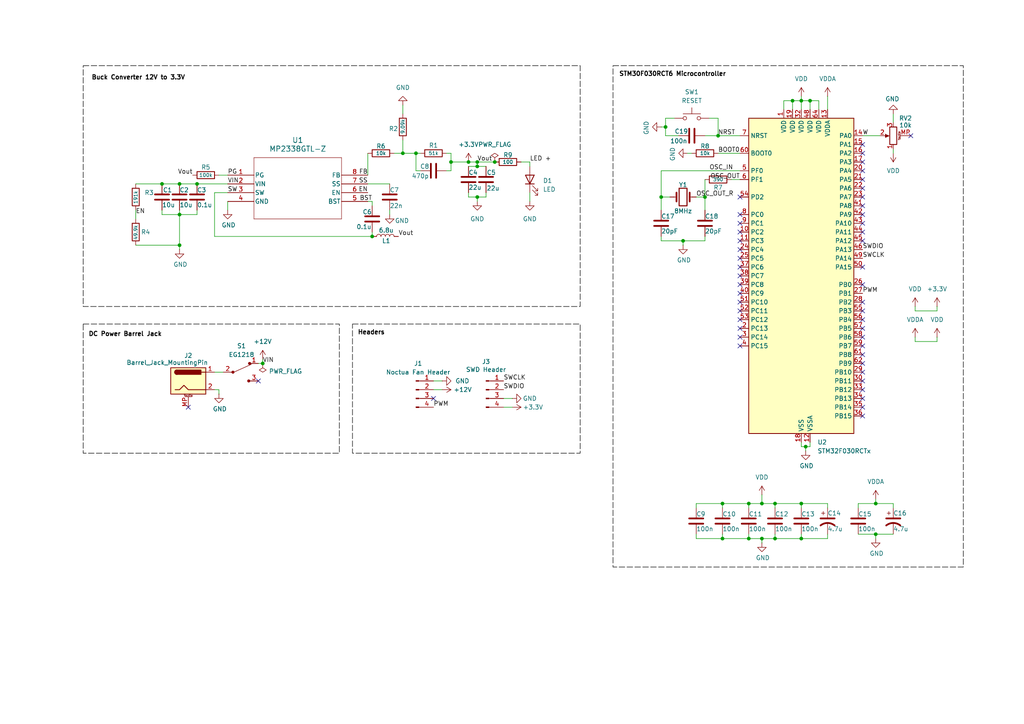
<source format=kicad_sch>
(kicad_sch (version 20250114) (generator "eeschema") (generator_version "9.0")
  (paper "A4")
  (title_block (title "Fume Extractor Control Board Schematic") (rev "v0.1") (comment 4 "Author: Alvin La"))
  (lib_symbols
    (symbol "Connector:Barrel_Jack_MountingPin" (pin_names (hide yes))
      (property "Reference" "J" (at 0 5.334 0))
      (property "Value" "Barrel_Jack_MountingPin" (at 1.27 -6.35 0))
      (symbol "Barrel_Jack_MountingPin_0_1"
        (rectangle (start -5.08 3.81) (end 5.08 -3.81) (stroke (width 0.254)) (fill (type background)))
        (polyline (pts (xy -3.81 -2.54) (xy -2.54 -2.54) (xy -1.27 -1.27) (xy 0 -2.54) (xy 2.54 -2.54) (xy 5.08 -2.54)) (stroke (width 0.254)))
        (arc (start -3.302 1.905) (mid -3.9343 2.54) (end -3.302 3.175) (stroke (width 0.254)))
        (arc (start -3.302 1.905) (mid -3.9343 2.54) (end -3.302 3.175) (stroke (width 0.254)) (fill (type outline)))
        (rectangle (start 3.683 3.175) (end -3.302 1.905) (stroke (width 0.254)) (fill (type outline)))
        (polyline (pts (xy 5.08 2.54) (xy 3.81 2.54)) (stroke (width 0.254)))
      )
      (symbol "Barrel_Jack_MountingPin_1_1"
        (polyline (pts (xy -1.016 -4.572) (xy 1.016 -4.572)) (stroke (width 0.1524)))
        (text "Mounting" (at 0 -4.191 0) (effects (font (size 0.381 0.381))))
        (pin passive line (at 0 -7.62 90) (length 3.048) (name "MountPin") (number "MP"))
        (pin passive line (at 7.62 2.54 180) (length 2.54) (name "~") (number "1"))
        (pin passive line (at 7.62 -2.54 180) (length 2.54) (name "~") (number "2"))
      )
    )
    (symbol "Connector:Conn_01x04_Pin" (pin_names (offset 1.016) (hide yes))
      (property "Reference" "J" (at 0 5.08 0))
      (property "Value" "Conn_01x04_Pin" (at 0 -7.62 0))
      (symbol "Conn_01x04_Pin_1_1"
        (rectangle (start 0.8636 2.667) (end 0 2.413) (stroke (width 0.1524)) (fill (type outline)))
        (rectangle (start 0.8636 0.127) (end 0 -0.127) (stroke (width 0.1524)) (fill (type outline)))
        (rectangle (start 0.8636 -2.413) (end 0 -2.667) (stroke (width 0.1524)) (fill (type outline)))
        (rectangle (start 0.8636 -4.953) (end 0 -5.207) (stroke (width 0.1524)) (fill (type outline)))
        (polyline (pts (xy 1.27 2.54) (xy 0.8636 2.54)) (stroke (width 0.1524)))
        (polyline (pts (xy 1.27 0) (xy 0.8636 0)) (stroke (width 0.1524)))
        (polyline (pts (xy 1.27 -2.54) (xy 0.8636 -2.54)) (stroke (width 0.1524)))
        (polyline (pts (xy 1.27 -5.08) (xy 0.8636 -5.08)) (stroke (width 0.1524)))
        (pin passive line (at 5.08 2.54 180) (length 3.81) (name "Pin_1") (number "1"))
        (pin passive line (at 5.08 0 180) (length 3.81) (name "Pin_2") (number "2"))
        (pin passive line (at 5.08 -2.54 180) (length 3.81) (name "Pin_3") (number "3"))
        (pin passive line (at 5.08 -5.08 180) (length 3.81) (name "Pin_4") (number "4"))
      )
    )
    (symbol "Device:C" (pin_numbers (hide yes)) (pin_names (offset 0.254))
      (property "Reference" "C" (at 0.635 2.54 0))
      (property "Value" "C" (at 0.635 -2.54 0))
      (symbol "C_0_1"
        (polyline (pts (xy -2.032 0.762) (xy 2.032 0.762)) (stroke (width 0.508)))
        (polyline (pts (xy -2.032 -0.762) (xy 2.032 -0.762)) (stroke (width 0.508)))
      )
      (symbol "C_1_1"
        (pin passive line (at 0 3.81 270) (length 2.794) (name "~") (number "1"))
        (pin passive line (at 0 -3.81 90) (length 2.794) (name "~") (number "2"))
      )
    )
    (symbol "Device:C_Polarized_US" (pin_numbers (hide yes)) (pin_names (offset 0.254) (hide yes))
      (property "Reference" "C" (at 0.635 2.54 0))
      (property "Value" "C_Polarized_US" (at 0.635 -2.54 0))
      (symbol "C_Polarized_US_0_1"
        (polyline (pts (xy -2.032 0.762) (xy 2.032 0.762)) (stroke (width 0.508)))
        (polyline (pts (xy -1.778 2.286) (xy -0.762 2.286)))
        (polyline (pts (xy -1.27 1.778) (xy -1.27 2.794)))
        (arc (start -2.032 -1.27) (mid 0 -0.5572) (end 2.032 -1.27) (stroke (width 0.508)))
      )
      (symbol "C_Polarized_US_1_1"
        (pin passive line (at 0 3.81 270) (length 2.794) (name "~") (number "1"))
        (pin passive line (at 0 -3.81 90) (length 3.302) (name "~") (number "2"))
      )
    )
    (symbol "Device:Crystal" (pin_numbers (hide yes)) (pin_names (offset 1.016) (hide yes))
      (property "Reference" "Y" (at 0 3.81 0))
      (property "Value" "Crystal" (at 0 -3.81 0))
      (symbol "Crystal_0_1"
        (polyline (pts (xy -2.54 0) (xy -1.905 0)))
        (polyline (pts (xy -1.905 -1.27) (xy -1.905 1.27)) (stroke (width 0.508)))
        (rectangle (start -1.143 2.54) (end 1.143 -2.54) (stroke (width 0.3048)))
        (polyline (pts (xy 1.905 -1.27) (xy 1.905 1.27)) (stroke (width 0.508)))
        (polyline (pts (xy 2.54 0) (xy 1.905 0)))
      )
      (symbol "Crystal_1_1"
        (pin passive line (at -3.81 0 0) (length 1.27) (name "1") (number "1"))
        (pin passive line (at 3.81 0 180) (length 1.27) (name "2") (number "2"))
      )
    )
    (symbol "Device:L" (pin_numbers (hide yes)) (pin_names (offset 1.016) (hide yes))
      (property "Reference" "L" (at -1.27 0 90))
      (property "Value" "L" (at 1.905 0 90))
      (symbol "L_0_1"
        (arc (start 0 2.54) (mid 0.6323 1.905) (end 0 1.27))
        (arc (start 0 1.27) (mid 0.6323 0.635) (end 0 0))
        (arc (start 0 0) (mid 0.6323 -0.635) (end 0 -1.27))
        (arc (start 0 -1.27) (mid 0.6323 -1.905) (end 0 -2.54))
      )
      (symbol "L_1_1"
        (pin passive line (at 0 3.81 270) (length 1.27) (name "1") (number "1"))
        (pin passive line (at 0 -3.81 90) (length 1.27) (name "2") (number "2"))
      )
    )
    (symbol "Device:LED" (pin_numbers (hide yes)) (pin_names (offset 1.016) (hide yes))
      (property "Reference" "D" (at 0 2.54 0))
      (property "Value" "LED" (at 0 -2.54 0))
      (symbol "LED_0_1"
        (polyline (pts (xy -3.048 -0.762) (xy -4.572 -2.286) (xy -3.81 -2.286) (xy -4.572 -2.286) (xy -4.572 -1.524)))
        (polyline (pts (xy -1.778 -0.762) (xy -3.302 -2.286) (xy -2.54 -2.286) (xy -3.302 -2.286) (xy -3.302 -1.524)))
        (polyline (pts (xy -1.27 0) (xy 1.27 0)))
        (polyline (pts (xy -1.27 -1.27) (xy -1.27 1.27)) (stroke (width 0.254)))
        (polyline (pts (xy 1.27 -1.27) (xy 1.27 1.27) (xy -1.27 0) (xy 1.27 -1.27)) (stroke (width 0.254)))
      )
      (symbol "LED_1_1"
        (pin passive line (at -3.81 0 0) (length 2.54) (name "K") (number "1"))
        (pin passive line (at 3.81 0 180) (length 2.54) (name "A") (number "2"))
      )
    )
    (symbol "Device:R" (pin_numbers (hide yes)) (pin_names (offset 0))
      (property "Reference" "R" (at 2.032 0 90))
      (property "Value" "R" (at 0 0 90))
      (symbol "R_0_1"
        (rectangle (start -1.016 -2.54) (end 1.016 2.54) (stroke (width 0.254)))
      )
      (symbol "R_1_1"
        (pin passive line (at 0 3.81 270) (length 1.27) (name "~") (number "1"))
        (pin passive line (at 0 -3.81 90) (length 1.27) (name "~") (number "2"))
      )
    )
    (symbol "Device:R_Potentiometer_MountingPin" (pin_names (offset 1.016) (hide yes))
      (property "Reference" "RV" (at -8.255 0 90))
      (property "Value" "R_Potentiometer_MountingPin" (at -6.35 0 90))
      (symbol "R_Potentiometer_MountingPin_0_1"
        (rectangle (start 1.016 2.54) (end -1.016 -2.54) (stroke (width 0.254)))
        (polyline (pts (xy 1.143 0) (xy 2.286 0.508) (xy 2.286 -0.508)) (fill (type outline)))
        (polyline (pts (xy 2.54 0) (xy 1.524 0)))
      )
      (symbol "R_Potentiometer_MountingPin_1_1"
        (polyline (pts (xy -2.032 1.016) (xy -2.032 -1.016)) (stroke (width 0.1524)))
        (text "Mounting" (at -1.651 0 900) (effects (font (size 0.381 0.381))))
        (pin passive line (at -5.08 0 0) (length 3.048) (name "MountPin") (number "MP"))
        (pin passive line (at 0 3.81 270) (length 1.27) (name "1") (number "1"))
        (pin passive line (at 0 -3.81 90) (length 1.27) (name "3") (number "3"))
        (pin passive line (at 3.81 0 180) (length 1.27) (name "2") (number "2"))
      )
    )
    (symbol "MCU_ST_STM32F0:STM32F030RCTx"
      (property "Reference" "U" (at -15.24 46.99 0))
      (property "Value" "STM32F030RCTx" (at 10.16 46.99 0))
      (symbol "STM32F030RCTx_0_1"
        (rectangle (start -15.24 -45.72) (end 15.24 45.72) (stroke (width 0.254)) (fill (type background)))
      )
      (symbol "STM32F030RCTx_1_1"
        (pin input line (at -17.78 40.64 0) (length 2.54) (name "NRST") (number "7"))
        (pin input line (at -17.78 35.56 0) (length 2.54) (name "BOOT0") (number "60"))
        (pin bidirectional line (at -17.78 30.48 0) (length 2.54) (name "PF0") (number "5"))
        (pin bidirectional line (at -17.78 27.94 0) (length 2.54) (name "PF1") (number "6"))
        (pin bidirectional line (at -17.78 22.86 0) (length 2.54) (name "PD2") (number "54"))
        (pin bidirectional line (at -17.78 17.78 0) (length 2.54) (name "PC0") (number "8"))
        (pin bidirectional line (at -17.78 15.24 0) (length 2.54) (name "PC1") (number "9"))
        (pin bidirectional line (at -17.78 12.7 0) (length 2.54) (name "PC2") (number "10"))
        (pin bidirectional line (at -17.78 10.16 0) (length 2.54) (name "PC3") (number "11"))
        (pin bidirectional line (at -17.78 7.62 0) (length 2.54) (name "PC4") (number "24"))
        (pin bidirectional line (at -17.78 5.08 0) (length 2.54) (name "PC5") (number "25"))
        (pin bidirectional line (at -17.78 2.54 0) (length 2.54) (name "PC6") (number "37"))
        (pin bidirectional line (at -17.78 0 0) (length 2.54) (name "PC7") (number "38"))
        (pin bidirectional line (at -17.78 -2.54 0) (length 2.54) (name "PC8") (number "39"))
        (pin bidirectional line (at -17.78 -5.08 0) (length 2.54) (name "PC9") (number "40"))
        (pin bidirectional line (at -17.78 -7.62 0) (length 2.54) (name "PC10") (number "51"))
        (pin bidirectional line (at -17.78 -10.16 0) (length 2.54) (name "PC11") (number "52"))
        (pin bidirectional line (at -17.78 -12.7 0) (length 2.54) (name "PC12") (number "53"))
        (pin bidirectional line (at -17.78 -15.24 0) (length 2.54) (name "PC13") (number "2"))
        (pin bidirectional line (at -17.78 -17.78 0) (length 2.54) (name "PC14") (number "3"))
        (pin bidirectional line (at -17.78 -20.32 0) (length 2.54) (name "PC15") (number "4"))
        (pin power_in line (at -5.08 48.26 270) (length 2.54) (name "VDD") (number "1"))
        (pin power_in line (at -2.54 48.26 270) (length 2.54) (name "VDD") (number "19"))
        (pin power_in line (at 0 48.26 270) (length 2.54) (name "VDD") (number "32"))
        (pin power_in line (at 0 -48.26 90) (length 2.54) (name "VSS") (number "18"))
        (pin passive line (at 0 -48.26 90) (length 2.54) (hide yes) (name "VSS") (number "31"))
        (pin passive line (at 0 -48.26 90) (length 2.54) (hide yes) (name "VSS") (number "47"))
        (pin passive line (at 0 -48.26 90) (length 2.54) (hide yes) (name "VSS") (number "63"))
        (pin power_in line (at 2.54 48.26 270) (length 2.54) (name "VDD") (number "48"))
        (pin power_in line (at 2.54 -48.26 90) (length 2.54) (name "VSSA") (number "12"))
        (pin power_in line (at 5.08 48.26 270) (length 2.54) (name "VDD") (number "64"))
        (pin power_in line (at 7.62 48.26 270) (length 2.54) (name "VDDA") (number "13"))
        (pin bidirectional line (at 17.78 40.64 180) (length 2.54) (name "PA0") (number "14"))
        (pin bidirectional line (at 17.78 38.1 180) (length 2.54) (name "PA1") (number "15"))
        (pin bidirectional line (at 17.78 35.56 180) (length 2.54) (name "PA2") (number "16"))
        (pin bidirectional line (at 17.78 33.02 180) (length 2.54) (name "PA3") (number "17"))
        (pin bidirectional line (at 17.78 30.48 180) (length 2.54) (name "PA4") (number "20"))
        (pin bidirectional line (at 17.78 27.94 180) (length 2.54) (name "PA5") (number "21"))
        (pin bidirectional line (at 17.78 25.4 180) (length 2.54) (name "PA6") (number "22"))
        (pin bidirectional line (at 17.78 22.86 180) (length 2.54) (name "PA7") (number "23"))
        (pin bidirectional line (at 17.78 20.32 180) (length 2.54) (name "PA8") (number "41"))
        (pin bidirectional line (at 17.78 17.78 180) (length 2.54) (name "PA9") (number "42"))
        (pin bidirectional line (at 17.78 15.24 180) (length 2.54) (name "PA10") (number "43"))
        (pin bidirectional line (at 17.78 12.7 180) (length 2.54) (name "PA11") (number "44"))
        (pin bidirectional line (at 17.78 10.16 180) (length 2.54) (name "PA12") (number "45"))
        (pin bidirectional line (at 17.78 7.62 180) (length 2.54) (name "PA13") (number "46"))
        (pin bidirectional line (at 17.78 5.08 180) (length 2.54) (name "PA14") (number "49"))
        (pin bidirectional line (at 17.78 2.54 180) (length 2.54) (name "PA15") (number "50"))
        (pin bidirectional line (at 17.78 -2.54 180) (length 2.54) (name "PB0") (number "26"))
        (pin bidirectional line (at 17.78 -5.08 180) (length 2.54) (name "PB1") (number "27"))
        (pin bidirectional line (at 17.78 -7.62 180) (length 2.54) (name "PB2") (number "28"))
        (pin bidirectional line (at 17.78 -10.16 180) (length 2.54) (name "PB3") (number "55"))
        (pin bidirectional line (at 17.78 -12.7 180) (length 2.54) (name "PB4") (number "56"))
        (pin bidirectional line (at 17.78 -15.24 180) (length 2.54) (name "PB5") (number "57"))
        (pin bidirectional line (at 17.78 -17.78 180) (length 2.54) (name "PB6") (number "58"))
        (pin bidirectional line (at 17.78 -20.32 180) (length 2.54) (name "PB7") (number "59"))
        (pin bidirectional line (at 17.78 -22.86 180) (length 2.54) (name "PB8") (number "61"))
        (pin bidirectional line (at 17.78 -25.4 180) (length 2.54) (name "PB9") (number "62"))
        (pin bidirectional line (at 17.78 -27.94 180) (length 2.54) (name "PB10") (number "29"))
        (pin bidirectional line (at 17.78 -30.48 180) (length 2.54) (name "PB11") (number "30"))
        (pin bidirectional line (at 17.78 -33.02 180) (length 2.54) (name "PB12") (number "33"))
        (pin bidirectional line (at 17.78 -35.56 180) (length 2.54) (name "PB13") (number "34"))
        (pin bidirectional line (at 17.78 -38.1 180) (length 2.54) (name "PB14") (number "35"))
        (pin bidirectional line (at 17.78 -40.64 180) (length 2.54) (name "PB15") (number "36"))
      )
    )
    (symbol "Switch:SW_Push" (pin_numbers (hide yes)) (pin_names (offset 1.016) (hide yes))
      (property "Reference" "SW" (at 1.27 2.54 0))
      (property "Value" "SW_Push" (at 0 -1.524 0))
      (symbol "SW_Push_0_1"
        (circle (center -2.032 0) (radius 0.508))
        (polyline (pts (xy 0 1.27) (xy 0 3.048)))
        (circle (center 2.032 0) (radius 0.508))
        (polyline (pts (xy 2.54 1.27) (xy -2.54 1.27)))
        (pin passive line (at -5.08 0 0) (length 2.54) (name "1") (number "1"))
        (pin passive line (at 5.08 0 180) (length 2.54) (name "2") (number "2"))
      )
    )
    (symbol "dk_Slide-Switches:EG1218" (pin_names (offset 0))
      (property "Reference" "S" (at -3.81 2.286 0))
      (property "Value" "EG1218" (at 0 -5.334 0))
      (symbol "EG1218_0_1"
        (circle (center -2.286 0) (radius 0.3556) (fill (type outline)))
        (polyline (pts (xy -2.032 0) (xy 3.048 2.286)))
        (circle (center 2.286 -2.54) (radius 0.3556) (fill (type outline)))
        (circle (center 2.54 2.54) (radius 0.3556) (fill (type outline)))
      )
      (symbol "EG1218_1_1"
        (pin passive line (at -5.08 0 0) (length 2.54) (name "~") (number "2"))
        (pin passive line (at 5.08 2.54 180) (length 2.54) (name "~") (number "1"))
        (pin passive line (at 5.08 -2.54 180) (length 2.54) (name "~") (number "3"))
      )
    )
    (symbol "mp2338gtl-z:MP2338GTL-Z" (pin_names (offset 0.254))
      (property "Reference" "U" (at 20.32 10.16 0))
      (property "Value" "MP2338GTL-Z" (at 20.32 7.62 0))
      (symbol "MP2338GTL-Z_0_1"
        (polyline (pts (xy 7.62 5.08) (xy 7.62 -12.7)) (stroke (width 0.127)))
        (polyline (pts (xy 7.62 -12.7) (xy 33.02 -12.7)) (stroke (width 0.127)))
        (polyline (pts (xy 33.02 5.08) (xy 7.62 5.08)) (stroke (width 0.127)))
        (polyline (pts (xy 33.02 -12.7) (xy 33.02 5.08)) (stroke (width 0.127)))
        (pin output line (at 0 0 0) (length 7.62) (name "PG") (number "1"))
        (pin power_in line (at 0 -2.54 0) (length 7.62) (name "VIN") (number "2"))
        (pin output line (at 0 -5.08 0) (length 7.62) (name "SW") (number "3"))
        (pin power_in line (at 0 -7.62 0) (length 7.62) (name "GND") (number "4"))
        (pin output line (at 40.64 0 180) (length 7.62) (name "FB") (number "8"))
        (pin unspecified line (at 40.64 -2.54 180) (length 7.62) (name "SS") (number "7"))
        (pin input line (at 40.64 -5.08 180) (length 7.62) (name "EN") (number "6"))
        (pin power_in line (at 40.64 -7.62 180) (length 7.62) (name "BST") (number "5"))
      )
    )
    (symbol "power:+12V" (power) (pin_numbers (hide yes)) (pin_names (offset 0) (hide yes))
      (property "Value" "+12V" (at 0 3.556 0))
      (symbol "+12V_0_1"
        (polyline (pts (xy -0.762 1.27) (xy 0 2.54)))
        (polyline (pts (xy 0 2.54) (xy 0.762 1.27)))
        (polyline (pts (xy 0 0) (xy 0 2.54)))
      )
      (symbol "+12V_1_1"
        (pin power_in line (at 0 0 90) (length 0) (name "~") (number "1"))
      )
    )
    (symbol "power:+3.3V" (power) (pin_numbers (hide yes)) (pin_names (offset 0) (hide yes))
      (property "Value" "+3.3V" (at 0 3.556 0))
      (symbol "+3.3V_0_1"
        (polyline (pts (xy -0.762 1.27) (xy 0 2.54)))
        (polyline (pts (xy 0 2.54) (xy 0.762 1.27)))
        (polyline (pts (xy 0 0) (xy 0 2.54)))
      )
      (symbol "+3.3V_1_1"
        (pin power_in line (at 0 0 90) (length 0) (name "~") (number "1"))
      )
    )
    (symbol "power:GND" (power) (pin_numbers (hide yes)) (pin_names (offset 0) (hide yes))
      (property "Value" "GND" (at 0 -3.81 0))
      (symbol "GND_0_1"
        (polyline (pts (xy 0 0) (xy 0 -1.27) (xy 1.27 -1.27) (xy 0 -2.54) (xy -1.27 -1.27) (xy 0 -1.27)))
      )
      (symbol "GND_1_1"
        (pin power_in line (at 0 0 270) (length 0) (name "~") (number "1"))
      )
    )
    (symbol "power:PWR_FLAG" (power) (pin_numbers (hide yes)) (pin_names (offset 0) (hide yes))
      (property "Value" "PWR_FLAG" (at 0 3.81 0))
      (symbol "PWR_FLAG_0_0"
        (pin power_out line (at 0 0 90) (length 0) (name "~") (number "1"))
      )
      (symbol "PWR_FLAG_0_1"
        (polyline (pts (xy 0 0) (xy 0 1.27) (xy -1.016 1.905) (xy 0 2.54) (xy 1.016 1.905) (xy 0 1.27)))
      )
    )
    (symbol "power:VDD" (power) (pin_numbers (hide yes)) (pin_names (offset 0) (hide yes))
      (property "Value" "VDD" (at 0 3.556 0))
      (symbol "VDD_0_1"
        (polyline (pts (xy -0.762 1.27) (xy 0 2.54)))
        (polyline (pts (xy 0 2.54) (xy 0.762 1.27)))
        (polyline (pts (xy 0 0) (xy 0 2.54)))
      )
      (symbol "VDD_1_1"
        (pin power_in line (at 0 0 90) (length 0) (name "~") (number "1"))
      )
    )
    (symbol "power:VDDA" (power) (pin_numbers (hide yes)) (pin_names (offset 0) (hide yes))
      (property "Value" "VDDA" (at 0 3.556 0))
      (symbol "VDDA_0_1"
        (polyline (pts (xy -0.762 1.27) (xy 0 2.54)))
        (polyline (pts (xy 0 2.54) (xy 0.762 1.27)))
        (polyline (pts (xy 0 0) (xy 0 2.54)))
      )
      (symbol "VDDA_1_1"
        (pin power_in line (at 0 0 90) (length 0) (name "~") (number "1"))
      )
    )
  )
  (rectangle (start 102.235 93.98) (end 168.275 131.445) (stroke (width 0) (type dash) (color 0 0 0 1)))
  (rectangle (start 177.8 19.05) (end 279.4 164.465) (stroke (width 0) (type dash) (color 0 0 0 1)))
  (rectangle (start 24.13 19.05) (end 168.275 88.9) (stroke (width 0) (type dash) (color 0 0 0 1)))
  (rectangle (start 24.13 93.98) (end 98.425 131.445) (stroke (width 0) (type dash) (color 0 0 0 1)))
  (text "Buck Converter 12V to 3.3V" (at 40.132 22.606 0) (effects (font (size 1.27 1.27) (thickness 0.254) (bold yes))))
  (text "DC Power Barrel Jack" (at 36.322 97.028 0) (effects (font (size 1.27 1.27) (thickness 0.254) (bold yes))))
  (text "STM30F030RCT6 Microcontroller" (at 195.072 21.59 0) (effects (font (size 1.27 1.27) (thickness 0.254) (bold yes))))
  (text "Headers" (at 107.696 96.52 0) (effects (font (size 1.27 1.27) (thickness 0.254) (bold yes))))
  (junction (at 224.79 156.21))
  (junction (at 138.43 46.99))
  (junction (at 135.89 46.99))
  (junction (at 52.07 62.23))
  (junction (at 232.41 29.21))
  (junction (at 191.77 57.15))
  (junction (at 232.41 146.05))
  (junction (at 208.28 39.37))
  (junction (at 57.15 53.34))
  (junction (at 220.98 156.21))
  (junction (at 198.12 69.85))
  (junction (at 254 154.94))
  (junction (at 46.99 53.34))
  (junction (at 209.55 146.05))
  (junction (at 254 146.05))
  (junction (at 107.95 68.58))
  (junction (at 52.07 71.12))
  (junction (at 217.17 146.05))
  (junction (at 193.04 36.83))
  (junction (at 204.47 57.15))
  (junction (at 220.98 146.05))
  (junction (at 116.84 44.45))
  (junction (at 120.65 44.45))
  (junction (at 130.81 46.99))
  (junction (at 232.41 156.21))
  (junction (at 217.17 156.21))
  (junction (at 138.43 57.15))
  (junction (at 233.68 129.54))
  (junction (at 234.95 29.21))
  (junction (at 143.51 46.99))
  (junction (at 229.87 29.21))
  (junction (at 76.2 105.41))
  (junction (at 52.07 53.34))
  (junction (at 209.55 156.21))
  (junction (at 224.79 146.05))
  (junction (at 138.43 48.26))
  (no_connect (at 250.19 90.17))
  (no_connect (at 250.19 97.79))
  (no_connect (at 250.19 62.23))
  (no_connect (at 214.63 62.23))
  (no_connect (at 250.19 67.31))
  (no_connect (at 250.19 64.77))
  (no_connect (at 250.19 92.71))
  (no_connect (at 214.63 90.17))
  (no_connect (at 214.63 69.85))
  (no_connect (at 214.63 87.63))
  (no_connect (at 250.19 100.33))
  (no_connect (at 214.63 80.01))
  (no_connect (at 214.63 57.15))
  (no_connect (at 214.63 74.93))
  (no_connect (at 250.19 41.91))
  (no_connect (at 250.19 115.57))
  (no_connect (at 250.19 69.85))
  (no_connect (at 250.19 87.63))
  (no_connect (at 214.63 97.79))
  (no_connect (at 250.19 118.11))
  (no_connect (at 54.61 118.11))
  (no_connect (at 250.19 52.07))
  (no_connect (at 250.19 59.69))
  (no_connect (at 250.19 113.03))
  (no_connect (at 214.63 72.39))
  (no_connect (at 250.19 54.61))
  (no_connect (at 250.19 105.41))
  (no_connect (at 74.93 110.49))
  (no_connect (at 125.73 115.57))
  (no_connect (at 214.63 100.33))
  (no_connect (at 214.63 82.55))
  (no_connect (at 250.19 107.95))
  (no_connect (at 250.19 102.87))
  (no_connect (at 250.19 46.99))
  (no_connect (at 214.63 67.31))
  (no_connect (at 250.19 77.47))
  (no_connect (at 250.19 44.45))
  (no_connect (at 250.19 49.53))
  (no_connect (at 250.19 57.15))
  (no_connect (at 264.16 39.37))
  (no_connect (at 214.63 95.25))
  (no_connect (at 214.63 85.09))
  (no_connect (at 214.63 64.77))
  (no_connect (at 214.63 92.71))
  (no_connect (at 250.19 110.49))
  (no_connect (at 250.19 95.25))
  (no_connect (at 214.63 77.47))
  (no_connect (at 250.19 120.65))
  (no_connect (at 250.19 82.55))
  (wire (pts (xy 138.43 48.26) (xy 140.97 48.26)))
  (wire (pts (xy 76.2 105.41) (xy 76.2 104.14)))
  (wire (pts (xy 193.04 34.29) (xy 193.04 36.83)))
  (wire (pts (xy 129.54 44.45) (xy 130.81 44.45)))
  (wire (pts (xy 212.09 52.07) (xy 214.63 52.07)))
  (wire (pts (xy 62.23 68.58) (xy 107.95 68.58)))
  (wire (pts (xy 63.5 50.8) (xy 66.04 50.8)))
  (wire (pts (xy 234.95 128.27) (xy 234.95 129.54)))
  (wire (pts (xy 199.39 44.45) (xy 200.66 44.45)))
  (wire (pts (xy 57.15 60.96) (xy 57.15 62.23)))
  (wire (pts (xy 265.43 90.17) (xy 271.78 90.17)))
  (wire (pts (xy 57.15 53.34) (xy 66.04 53.34)))
  (wire (pts (xy 129.54 49.53) (xy 130.81 49.53)))
  (wire (pts (xy 195.58 34.29) (xy 193.04 34.29)))
  (wire (pts (xy 227.33 31.75) (xy 227.33 29.21)))
  (wire (pts (xy 240.03 156.21) (xy 240.03 154.94)))
  (wire (pts (xy 259.08 43.18) (xy 259.08 44.45)))
  (wire (pts (xy 39.37 53.34) (xy 46.99 53.34)))
  (wire (pts (xy 113.03 60.96) (xy 113.03 62.23)))
  (wire (pts (xy 138.43 46.99) (xy 143.51 46.99)))
  (wire (pts (xy 114.3 44.45) (xy 116.84 44.45)))
  (wire (pts (xy 259.08 33.02) (xy 259.08 35.56)))
  (wire (pts (xy 151.13 46.99) (xy 153.67 46.99)))
  (wire (pts (xy 232.41 156.21) (xy 240.03 156.21)))
  (wire (pts (xy 138.43 46.99) (xy 138.43 48.26)))
  (wire (pts (xy 106.68 44.45) (xy 106.68 50.8)))
  (wire (pts (xy 248.92 147.32) (xy 248.92 146.05)))
  (wire (pts (xy 138.43 57.15) (xy 138.43 58.42)))
  (wire (pts (xy 232.41 27.94) (xy 232.41 29.21)))
  (wire (pts (xy 74.93 105.41) (xy 76.2 105.41)))
  (wire (pts (xy 66.04 58.42) (xy 66.04 60.96)))
  (wire (pts (xy 208.28 34.29) (xy 208.28 39.37)))
  (wire (pts (xy 209.55 146.05) (xy 217.17 146.05)))
  (wire (pts (xy 125.73 110.49) (xy 128.27 110.49)))
  (wire (pts (xy 220.98 156.21) (xy 220.98 157.48)))
  (wire (pts (xy 191.77 60.96) (xy 191.77 57.15)))
  (wire (pts (xy 120.65 44.45) (xy 120.65 49.53)))
  (wire (pts (xy 237.49 29.21) (xy 234.95 29.21)))
  (wire (pts (xy 224.79 146.05) (xy 224.79 147.32)))
  (wire (pts (xy 232.41 146.05) (xy 240.03 146.05)))
  (wire (pts (xy 193.04 36.83) (xy 193.04 39.37)))
  (wire (pts (xy 52.07 60.96) (xy 52.07 62.23)))
  (wire (pts (xy 62.23 113.03) (xy 63.5 113.03)))
  (wire (pts (xy 135.89 55.88) (xy 135.89 57.15)))
  (wire (pts (xy 229.87 29.21) (xy 232.41 29.21)))
  (wire (pts (xy 62.23 55.88) (xy 62.23 68.58)))
  (wire (pts (xy 107.95 58.42) (xy 107.95 59.69)))
  (wire (pts (xy 201.93 156.21) (xy 209.55 156.21)))
  (wire (pts (xy 52.07 53.34) (xy 57.15 53.34)))
  (wire (pts (xy 52.07 62.23) (xy 52.07 71.12)))
  (wire (pts (xy 204.47 52.07) (xy 204.47 57.15)))
  (wire (pts (xy 130.81 46.99) (xy 130.81 49.53)))
  (wire (pts (xy 271.78 99.06) (xy 271.78 97.79)))
  (wire (pts (xy 217.17 147.32) (xy 217.17 146.05)))
  (wire (pts (xy 220.98 156.21) (xy 224.79 156.21)))
  (wire (pts (xy 201.93 147.32) (xy 201.93 146.05)))
  (wire (pts (xy 232.41 154.94) (xy 232.41 156.21)))
  (wire (pts (xy 232.41 146.05) (xy 232.41 147.32)))
  (wire (pts (xy 265.43 99.06) (xy 271.78 99.06)))
  (wire (pts (xy 201.93 154.94) (xy 201.93 156.21)))
  (wire (pts (xy 250.19 39.37) (xy 255.27 39.37)))
  (wire (pts (xy 146.05 115.57) (xy 148.59 115.57)))
  (wire (pts (xy 227.33 29.21) (xy 229.87 29.21)))
  (wire (pts (xy 120.65 44.45) (xy 121.92 44.45)))
  (wire (pts (xy 217.17 154.94) (xy 217.17 156.21)))
  (wire (pts (xy 204.47 39.37) (xy 208.28 39.37)))
  (wire (pts (xy 63.5 113.03) (xy 63.5 114.3)))
  (wire (pts (xy 191.77 57.15) (xy 191.77 49.53)))
  (wire (pts (xy 116.84 40.64) (xy 116.84 44.45)))
  (wire (pts (xy 130.81 46.99) (xy 135.89 46.99)))
  (wire (pts (xy 233.68 129.54) (xy 233.68 130.81)))
  (wire (pts (xy 46.99 53.34) (xy 52.07 53.34)))
  (wire (pts (xy 121.92 49.53) (xy 120.65 49.53)))
  (wire (pts (xy 259.08 146.05) (xy 254 146.05)))
  (wire (pts (xy 208.28 44.45) (xy 214.63 44.45)))
  (wire (pts (xy 204.47 57.15) (xy 204.47 60.96)))
  (wire (pts (xy 232.41 128.27) (xy 232.41 129.54)))
  (wire (pts (xy 191.77 69.85) (xy 198.12 69.85)))
  (wire (pts (xy 66.04 55.88) (xy 62.23 55.88)))
  (wire (pts (xy 248.92 154.94) (xy 254 154.94)))
  (wire (pts (xy 209.55 146.05) (xy 209.55 147.32)))
  (wire (pts (xy 140.97 55.88) (xy 140.97 57.15)))
  (wire (pts (xy 254 146.05) (xy 254 144.78)))
  (wire (pts (xy 125.73 113.03) (xy 128.27 113.03)))
  (wire (pts (xy 140.97 57.15) (xy 138.43 57.15)))
  (wire (pts (xy 204.47 68.58) (xy 204.47 69.85)))
  (wire (pts (xy 240.03 27.94) (xy 240.03 31.75)))
  (wire (pts (xy 116.84 30.48) (xy 116.84 33.02)))
  (wire (pts (xy 265.43 88.9) (xy 265.43 90.17)))
  (wire (pts (xy 234.95 29.21) (xy 232.41 29.21)))
  (wire (pts (xy 201.93 146.05) (xy 209.55 146.05)))
  (wire (pts (xy 153.67 46.99) (xy 153.67 48.26)))
  (wire (pts (xy 237.49 31.75) (xy 237.49 29.21)))
  (wire (pts (xy 116.84 44.45) (xy 120.65 44.45)))
  (wire (pts (xy 39.37 60.96) (xy 39.37 63.5)))
  (wire (pts (xy 220.98 146.05) (xy 224.79 146.05)))
  (wire (pts (xy 220.98 146.05) (xy 220.98 143.51)))
  (wire (pts (xy 209.55 156.21) (xy 217.17 156.21)))
  (wire (pts (xy 205.74 34.29) (xy 208.28 34.29)))
  (wire (pts (xy 254 154.94) (xy 259.08 154.94)))
  (wire (pts (xy 106.68 53.34) (xy 113.03 53.34)))
  (wire (pts (xy 217.17 156.21) (xy 220.98 156.21)))
  (wire (pts (xy 224.79 146.05) (xy 232.41 146.05)))
  (wire (pts (xy 191.77 57.15) (xy 194.31 57.15)))
  (wire (pts (xy 52.07 71.12) (xy 52.07 72.39)))
  (wire (pts (xy 135.89 57.15) (xy 138.43 57.15)))
  (wire (pts (xy 46.99 62.23) (xy 52.07 62.23)))
  (wire (pts (xy 153.67 55.88) (xy 153.67 58.42)))
  (wire (pts (xy 39.37 71.12) (xy 52.07 71.12)))
  (wire (pts (xy 191.77 36.83) (xy 193.04 36.83)))
  (wire (pts (xy 193.04 39.37) (xy 196.85 39.37)))
  (wire (pts (xy 191.77 68.58) (xy 191.77 69.85)))
  (wire (pts (xy 62.23 107.95) (xy 64.77 107.95)))
  (wire (pts (xy 234.95 129.54) (xy 233.68 129.54)))
  (wire (pts (xy 191.77 49.53) (xy 214.63 49.53)))
  (wire (pts (xy 146.05 118.11) (xy 148.59 118.11)))
  (wire (pts (xy 265.43 97.79) (xy 265.43 99.06)))
  (wire (pts (xy 259.08 147.32) (xy 259.08 146.05)))
  (wire (pts (xy 135.89 48.26) (xy 138.43 48.26)))
  (wire (pts (xy 254 154.94) (xy 254 156.21)))
  (wire (pts (xy 209.55 154.94) (xy 209.55 156.21)))
  (wire (pts (xy 107.95 68.58) (xy 107.95 67.31)))
  (wire (pts (xy 248.92 146.05) (xy 254 146.05)))
  (wire (pts (xy 106.68 58.42) (xy 107.95 58.42)))
  (wire (pts (xy 57.15 62.23) (xy 52.07 62.23)))
  (wire (pts (xy 224.79 154.94) (xy 224.79 156.21)))
  (wire (pts (xy 198.12 69.85) (xy 198.12 71.12)))
  (wire (pts (xy 130.81 44.45) (xy 130.81 46.99)))
  (wire (pts (xy 240.03 147.32) (xy 240.03 146.05)))
  (wire (pts (xy 135.89 46.99) (xy 138.43 46.99)))
  (wire (pts (xy 229.87 29.21) (xy 229.87 31.75)))
  (wire (pts (xy 224.79 156.21) (xy 232.41 156.21)))
  (wire (pts (xy 46.99 60.96) (xy 46.99 62.23)))
  (wire (pts (xy 271.78 90.17) (xy 271.78 88.9)))
  (wire (pts (xy 217.17 146.05) (xy 220.98 146.05)))
  (wire (pts (xy 204.47 57.15) (xy 201.93 57.15)))
  (wire (pts (xy 232.41 29.21) (xy 232.41 31.75)))
  (wire (pts (xy 232.41 129.54) (xy 233.68 129.54)))
  (wire (pts (xy 204.47 69.85) (xy 198.12 69.85)))
  (wire (pts (xy 234.95 31.75) (xy 234.95 29.21)))
  (wire (pts (xy 208.28 39.37) (xy 214.63 39.37)))
  (label "LED +" (at 153.67 46.99 0))
  (label "BOOT0" (at 208.28 44.45 0))
  (label "OSC_IN" (at 205.74 49.53 0))
  (label "SWCLK" (at 250.19 74.93 0))
  (label "W" (at 250.19 39.37 0))
  (label "EN" (at 39.37 62.23 0))
  (label "SS" (at 106.68 53.34 180))
  (label "BST" (at 107.95 58.42 180))
  (label "Vout" (at 55.88 50.8 180))
  (label "SWCLK" (at 146.05 110.49 0))
  (label "OSC_OUT" (at 214.63 52.07 180))
  (label "SWDIO" (at 250.19 72.39 0))
  (label "NRST" (at 208.28 39.37 0))
  (label "FB" (at 106.68 50.8 180))
  (label "PWM" (at 250.19 85.09 0))
  (label "SW" (at 66.04 55.88 0))
  (label "PWM" (at 125.73 118.11 0))
  (label "VIN" (at 66.04 53.34 0))
  (label "Vout" (at 115.57 68.58 0))
  (label "VIN" (at 76.2 105.41 0))
  (label "PG" (at 66.04 50.8 0))
  (label "OSC_OUT_R" (at 201.93 57.15 0))
  (label "SWDIO" (at 146.05 113.03 0))
  (label "Vout" (at 138.43 46.99 0))
  (label "EN" (at 106.68 55.88 180))
  (symbol (lib_id "MCU_ST_STM32F0:STM32F030RCTx") (at 232.41 80.01 0) (unit 1)
    (property "Reference" "U2" (at 237.0933 128.27 0) (effects (justify left)))
    (property "Value" "STM32F030RCTx" (at 237.0933 130.81 0) (effects (justify left)))
    (property "Footprint" "Package_QFP:LQFP-64_10x10mm_P0.5mm" (effects (hide yes)))
    (property "Datasheet" "https://www.st.com/resource/en/datasheet/stm32f030rc.pdf" (effects (hide yes)))
    (property "Description" "STMicroelectronics Arm Cortex-M0 MCU, 256KB flash, 32KB RAM, 48 MHz, 2.4-3.6V, 51 GPIO, LQFP64" (effects (hide yes)))
  )
  (symbol (lib_id "Device:C") (at 46.99 57.15 0) (unit 1)
    (property "Reference" "C1" (at 47.244 55.118 0) (effects (justify left)))
    (property "Value" "10u" (at 46.99 59.436 0) (effects (justify left)))
    (property "Footprint" "Capacitor_SMD:C_0805_2012Metric_Pad1.18x1.45mm_HandSolder" (effects (hide yes)))
    (property "Description" "Unpolarized capacitor" (effects (hide yes)))
  )
  (symbol (lib_id "Device:C") (at 113.03 57.15 0) (unit 1)
    (property "Reference" "C7" (at 113.03 55.118 0) (effects (justify left)))
    (property "Value" "22n" (at 113.03 59.69 0) (effects (justify left)))
    (property "Footprint" "Capacitor_SMD:C_0805_2012Metric_Pad1.18x1.45mm_HandSolder" (effects (hide yes)))
    (property "Description" "Unpolarized capacitor" (effects (hide yes)))
  )
  (symbol (lib_id "power:GND") (at 128.27 110.49 90) (unit 1)
    (property "Reference" "#PWR015" (effects (hide yes)))
    (property "Value" "GND" (at 134.112 110.49 90))
    (property "Description" "Power symbol creates a global label with name \"GND\" , ground" (effects (hide yes)))
  )
  (symbol (lib_id "power:VDD") (at 232.41 27.94 0) (unit 1)
    (property "Reference" "#PWR013" (effects (hide yes)))
    (property "Value" "VDD" (at 232.41 22.86 0))
    (property "Description" "Power symbol creates a global label with name \"VDD\"" (effects (hide yes)))
  )
  (symbol (lib_id "power:VDD") (at 220.98 143.51 0) (unit 1)
    (property "Reference" "#PWR09" (effects (hide yes)))
    (property "Value" "VDD" (at 220.98 138.43 0))
    (property "Description" "Power symbol creates a global label with name \"VDD\"" (effects (hide yes)))
  )
  (symbol (lib_id "power:GND") (at 259.08 33.02 180) (unit 1)
    (property "Reference" "#PWR027" (effects (hide yes)))
    (property "Value" "GND" (at 258.826 28.702 0))
    (property "Description" "Power symbol creates a global label with name \"GND\" , ground" (effects (hide yes)))
  )
  (symbol (lib_id "Device:R") (at 39.37 57.15 0) (unit 1)
    (property "Reference" "R3" (at 41.91 55.8799 0) (effects (justify left)))
    (property "Value" "191k" (at 39.37 59.182 90) (effects (font (size 1.016 1.016)) (justify left)))
    (property "Footprint" "Resistor_SMD:R_0805_2012Metric_Pad1.20x1.40mm_HandSolder" (effects (hide yes)))
    (property "Description" "Resistor" (effects (hide yes)))
  )
  (symbol (lib_id "power:VDD") (at 259.08 44.45 180) (unit 1)
    (property "Reference" "#PWR026" (effects (hide yes)))
    (property "Value" "VDD" (at 259.08 49.53 0))
    (property "Description" "Power symbol creates a global label with name \"VDD\"" (effects (hide yes)))
  )
  (symbol (lib_id "Device:C_Polarized_US") (at 259.08 151.13 0) (unit 1)
    (property "Reference" "C16" (at 259.08 148.844 0) (effects (justify left)))
    (property "Value" "4.7u" (at 259.08 153.416 0) (effects (justify left)))
    (property "Footprint" "Capacitor_THT:CP_Radial_D4.0mm_P1.50mm" (effects (hide yes)))
    (property "Description" "Polarized capacitor, US symbol" (effects (hide yes)))
  )
  (symbol (lib_id "Device:C") (at 204.47 64.77 0) (unit 1)
    (property "Reference" "C18" (at 204.47 62.738 0) (effects (justify left)))
    (property "Value" "20pF" (at 204.47 67.056 0) (effects (justify left)))
    (property "Footprint" "Capacitor_SMD:C_0805_2012Metric_Pad1.18x1.45mm_HandSolder" (effects (hide yes)))
    (property "Description" "Unpolarized capacitor" (effects (hide yes)))
  )
  (symbol (lib_id "power:GND") (at 233.68 130.81 0) (unit 1)
    (property "Reference" "#PWR012" (effects (hide yes)))
    (property "Value" "GND" (at 233.934 135.128 0))
    (property "Description" "Power symbol creates a global label with name \"GND\" , ground" (effects (hide yes)))
  )
  (symbol (lib_id "Device:Crystal") (at 198.12 57.15 0) (unit 1)
    (property "Reference" "Y1" (at 198.12 53.594 0))
    (property "Value" "8MHz" (at 198.12 61.214 0))
    (property "Footprint" "Crystal:Crystal_HC49-4H_Vertical" (effects (hide yes)))
    (property "Description" "Two pin crystal" (effects (hide yes)))
  )
  (symbol (lib_id "Device:R_Potentiometer_MountingPin") (at 259.08 39.37 180) (unit 1)
    (property "Reference" "RV2" (at 262.636 34.29 0))
    (property "Value" "10k" (at 262.636 36.322 0))
    (property "Footprint" "digikey-footprints:Potentiometer_P120PK-Y25BR10K" (effects (hide yes)))
    (property "Description" "Potentiometer with a mounting pin" (effects (hide yes)))
  )
  (symbol (lib_id "Device:C") (at 107.95 63.5 0) (unit 1)
    (property "Reference" "C6" (at 105.156 61.468 0) (effects (justify left)))
    (property "Value" "0.1u" (at 103.378 65.786 0) (effects (justify left)))
    (property "Footprint" "Capacitor_SMD:C_0805_2012Metric_Pad1.18x1.45mm_HandSolder" (effects (hide yes)))
    (property "Description" "Unpolarized capacitor" (effects (hide yes)))
  )
  (symbol (lib_id "power:PWR_FLAG") (at 76.2 105.41 180) (unit 1)
    (property "Reference" "#FLG02" (effects (hide yes)))
    (property "Value" "PWR_FLAG" (at 82.804 107.696 0))
    (property "Description" "Special symbol for telling ERC where power comes from" (effects (hide yes)))
  )
  (symbol (lib_id "Device:C") (at 200.66 39.37 90) (unit 1)
    (property "Reference" "C19" (at 197.612 38.1 90))
    (property "Value" "100n" (at 196.85 40.894 90))
    (property "Footprint" "Capacitor_SMD:C_0805_2012Metric_Pad1.18x1.45mm_HandSolder" (effects (hide yes)))
    (property "Description" "Unpolarized capacitor" (effects (hide yes)))
  )
  (symbol (lib_id "Device:C") (at 57.15 57.15 0) (unit 1)
    (property "Reference" "C3" (at 57.15 55.118 0) (effects (justify left)))
    (property "Value" "0.1u" (at 57.15 59.436 0) (effects (justify left)))
    (property "Footprint" "Capacitor_SMD:C_0805_2012Metric_Pad1.18x1.45mm_HandSolder" (effects (hide yes)))
    (property "Description" "Unpolarized capacitor" (effects (hide yes)))
  )
  (symbol (lib_id "Device:R") (at 59.69 50.8 90) (unit 1)
    (property "Reference" "R5" (at 59.69 48.514 90))
    (property "Value" "100k" (at 59.69 50.8 90) (effects (font (size 1.016 1.016))))
    (property "Footprint" "Resistor_SMD:R_0805_2012Metric_Pad1.20x1.40mm_HandSolder" (effects (hide yes)))
    (property "Description" "Resistor" (effects (hide yes)))
  )
  (symbol (lib_id "power:+3.3V") (at 148.59 118.11 270) (unit 1)
    (property "Reference" "#PWR020" (effects (hide yes)))
    (property "Value" "+3.3V" (at 151.638 118.11 90) (effects (justify left)))
    (property "Description" "Power symbol creates a global label with name \"+3.3V\"" (effects (hide yes)))
  )
  (symbol (lib_id "power:VDD") (at 271.78 97.79 0) (unit 1)
    (property "Reference" "#PWR029" (effects (hide yes)))
    (property "Value" "VDD" (at 271.78 92.71 0))
    (property "Description" "Power symbol creates a global label with name \"VDD\"" (effects (hide yes)))
  )
  (symbol (lib_id "Device:R") (at 208.28 52.07 270) (unit 1)
    (property "Reference" "R7" (at 208.28 54.356 90))
    (property "Value" "390" (at 208.28 52.07 90) (effects (font (size 1.016 1.016))))
    (property "Footprint" "Resistor_SMD:R_0805_2012Metric_Pad1.20x1.40mm_HandSolder" (effects (hide yes)))
    (property "Description" "Resistor" (effects (hide yes)))
  )
  (symbol (lib_id "Device:C") (at 52.07 57.15 0) (unit 1)
    (property "Reference" "C2" (at 52.07 55.118 0) (effects (justify left)))
    (property "Value" "10u" (at 52.07 59.436 0) (effects (justify left)))
    (property "Footprint" "Capacitor_SMD:C_0805_2012Metric_Pad1.18x1.45mm_HandSolder" (effects (hide yes)))
    (property "Description" "Unpolarized capacitor" (effects (hide yes)))
  )
  (symbol (lib_id "Device:LED") (at 153.67 52.07 90) (unit 1)
    (property "Reference" "D1" (at 157.48 52.3874 90) (effects (justify right)))
    (property "Value" "LED" (at 157.48 54.9274 90) (effects (justify right)))
    (property "Footprint" "LED_SMD:LED_0805_2012Metric_Pad1.15x1.40mm_HandSolder" (effects (hide yes)))
    (property "Description" "Light emitting diode" (effects (hide yes)))
    (property "Sim.Pins" "1=K 2=A" (effects (hide yes)))
  )
  (symbol (lib_id "power:GND") (at 198.12 71.12 0) (unit 1)
    (property "Reference" "#PWR018" (effects (hide yes)))
    (property "Value" "GND" (at 198.374 75.438 0))
    (property "Description" "Power symbol creates a global label with name \"GND\" , ground" (effects (hide yes)))
  )
  (symbol (lib_id "Device:C") (at 232.41 151.13 0) (unit 1)
    (property "Reference" "C13" (at 232.41 149.098 0) (effects (justify left)))
    (property "Value" "100n" (at 232.41 153.416 0) (effects (justify left)))
    (property "Footprint" "Capacitor_SMD:C_0805_2012Metric_Pad1.18x1.45mm_HandSolder" (effects (hide yes)))
    (property "Description" "Unpolarized capacitor" (effects (hide yes)))
  )
  (symbol (lib_id "Device:R") (at 39.37 67.31 0) (unit 1)
    (property "Reference" "R4" (at 40.894 67.31 0) (effects (justify left)))
    (property "Value" "49.9k" (at 39.37 69.596 90) (effects (font (size 1.016 1.016)) (justify left)))
    (property "Footprint" "Resistor_SMD:R_0805_2012Metric_Pad1.20x1.40mm_HandSolder" (effects (hide yes)))
    (property "Description" "Resistor" (effects (hide yes)))
  )
  (symbol (lib_id "power:GND") (at 113.03 62.23 0) (unit 1)
    (property "Reference" "#PWR03" (effects (hide yes)))
    (property "Value" "GND" (at 116.586 64.008 0))
    (property "Description" "Power symbol creates a global label with name \"GND\" , ground" (effects (hide yes)))
  )
  (symbol (lib_id "Device:C") (at 191.77 64.77 0) (unit 1)
    (property "Reference" "C17" (at 191.77 62.738 0) (effects (justify left)))
    (property "Value" "20pF" (at 191.77 67.056 0) (effects (justify left)))
    (property "Footprint" "Capacitor_SMD:C_0805_2012Metric_Pad1.18x1.45mm_HandSolder" (effects (hide yes)))
    (property "Description" "Unpolarized capacitor" (effects (hide yes)))
  )
  (symbol (lib_id "power:GND") (at 66.04 60.96 0) (unit 1)
    (property "Reference" "#PWR04" (effects (hide yes)))
    (property "Value" "GND" (at 66.294 65.278 0))
    (property "Description" "Power symbol creates a global label with name \"GND\" , ground" (effects (hide yes)))
  )
  (symbol (lib_id "power:VDDA") (at 265.43 97.79 0) (unit 1)
    (property "Reference" "#PWR022" (effects (hide yes)))
    (property "Value" "VDDA" (at 265.43 92.71 0))
    (property "Description" "Power symbol creates a global label with name \"VDDA\"" (effects (hide yes)))
  )
  (symbol (lib_id "power:GND") (at 63.5 114.3 0) (unit 1)
    (property "Reference" "#PWR06" (effects (hide yes)))
    (property "Value" "GND" (at 63.754 118.618 0))
    (property "Description" "Power symbol creates a global label with name \"GND\" , ground" (effects (hide yes)))
  )
  (symbol (lib_id "Device:R") (at 204.47 44.45 270) (unit 1)
    (property "Reference" "R8" (at 204.47 42.418 90))
    (property "Value" "10k" (at 204.47 44.45 90) (effects (font (size 1.016 1.016))))
    (property "Footprint" "Resistor_SMD:R_0805_2012Metric_Pad1.20x1.40mm_HandSolder" (effects (hide yes)))
    (property "Description" "Resistor" (effects (hide yes)))
  )
  (symbol (lib_id "power:VDDA") (at 240.03 27.94 0) (unit 1)
    (property "Reference" "#PWR014" (effects (hide yes)))
    (property "Value" "VDDA" (at 240.03 22.86 0))
    (property "Description" "Power symbol creates a global label with name \"VDDA\"" (effects (hide yes)))
  )
  (symbol (lib_id "power:+3.3V") (at 135.89 46.99 0) (unit 1)
    (property "Reference" "#PWR08" (effects (hide yes)))
    (property "Value" "+3.3V" (at 135.89 41.91 0))
    (property "Description" "Power symbol creates a global label with name \"+3.3V\"" (effects (hide yes)))
  )
  (symbol (lib_id "power:GND") (at 148.59 115.57 90) (unit 1)
    (property "Reference" "#PWR019" (effects (hide yes)))
    (property "Value" "GND" (at 153.67 115.57 90))
    (property "Description" "Power symbol creates a global label with name \"GND\" , ground" (effects (hide yes)))
  )
  (symbol (lib_id "Device:C") (at 217.17 151.13 0) (unit 1)
    (property "Reference" "C11" (at 217.17 149.098 0) (effects (justify left)))
    (property "Value" "100n" (at 217.17 153.416 0) (effects (justify left)))
    (property "Footprint" "Capacitor_SMD:C_0805_2012Metric_Pad1.18x1.45mm_HandSolder" (effects (hide yes)))
    (property "Description" "Unpolarized capacitor" (effects (hide yes)))
  )
  (symbol (lib_id "power:GND") (at 254 156.21 0) (unit 1)
    (property "Reference" "#PWR011" (effects (hide yes)))
    (property "Value" "GND" (at 254.254 160.528 0))
    (property "Description" "Power symbol creates a global label with name \"GND\" , ground" (effects (hide yes)))
  )
  (symbol (lib_id "Device:C") (at 135.89 52.07 0) (unit 1)
    (property "Reference" "C4" (at 135.89 50.038 0) (effects (justify left)))
    (property "Value" "22u" (at 135.89 54.356 0) (effects (justify left)))
    (property "Footprint" "Capacitor_SMD:C_0805_2012Metric_Pad1.18x1.45mm_HandSolder" (effects (hide yes)))
    (property "Description" "Unpolarized capacitor" (effects (hide yes)))
  )
  (symbol (lib_id "power:GND") (at 138.43 58.42 0) (unit 1)
    (property "Reference" "#PWR05" (effects (hide yes)))
    (property "Value" "GND" (at 138.43 63.5 0))
    (property "Description" "Power symbol creates a global label with name \"GND\" , ground" (effects (hide yes)))
  )
  (symbol (lib_id "power:GND") (at 116.84 30.48 180) (unit 1)
    (property "Reference" "#PWR02" (effects (hide yes)))
    (property "Value" "GND" (at 116.84 25.4 0))
    (property "Description" "Power symbol creates a global label with name \"GND\" , ground" (effects (hide yes)))
  )
  (symbol (lib_id "Device:C") (at 209.55 151.13 0) (unit 1)
    (property "Reference" "C10" (at 209.55 149.098 0) (effects (justify left)))
    (property "Value" "100n" (at 209.55 153.416 0) (effects (justify left)))
    (property "Footprint" "Capacitor_SMD:C_0805_2012Metric_Pad1.18x1.45mm_HandSolder" (effects (hide yes)))
    (property "Description" "Unpolarized capacitor" (effects (hide yes)))
  )
  (symbol (lib_id "Device:C") (at 201.93 151.13 0) (unit 1)
    (property "Reference" "C9" (at 201.93 149.098 0) (effects (justify left)))
    (property "Value" "100n" (at 201.93 153.416 0) (effects (justify left)))
    (property "Footprint" "Capacitor_SMD:C_0805_2012Metric_Pad1.18x1.45mm_HandSolder" (effects (hide yes)))
    (property "Description" "Unpolarized capacitor" (effects (hide yes)))
  )
  (symbol (lib_id "power:GND") (at 153.67 58.42 0) (unit 1)
    (property "Reference" "#PWR028" (effects (hide yes)))
    (property "Value" "GND" (at 153.67 63.5 0))
    (property "Description" "Power symbol creates a global label with name \"GND\" , ground" (effects (hide yes)))
  )
  (symbol (lib_id "Connector:Conn_01x04_Pin") (at 120.65 113.03 0) (unit 1)
    (property "Reference" "J1" (at 121.285 105.41 0))
    (property "Value" "Noctua Fan Header" (at 121.285 107.95 0))
    (property "Footprint" "Connector:FanPinHeader_1x04_P2.54mm_Vertical" (effects (hide yes)))
    (property "Description" "Generic connector, single row, 01x04, script generated" (effects (hide yes)))
  )
  (symbol (lib_id "power:+12V") (at 128.27 113.03 270) (unit 1)
    (property "Reference" "#PWR017" (effects (hide yes)))
    (property "Value" "+12V" (at 131.572 113.03 90) (effects (justify left)))
    (property "Description" "Power symbol creates a global label with name \"+12V\"" (effects (hide yes)))
  )
  (symbol (lib_id "Switch:SW_Push") (at 200.66 34.29 0) (unit 1)
    (property "Reference" "SW1" (at 200.66 26.67 0))
    (property "Value" "RESET" (at 200.66 29.21 0))
    (property "Footprint" "Button_Switch_THT:SW_PUSH_6mm" (effects (hide yes)))
    (property "Description" "Push button switch, generic, two pins" (effects (hide yes)))
  )
  (symbol (lib_id "power:VDDA") (at 254 144.78 0) (unit 1)
    (property "Reference" "#PWR010" (effects (hide yes)))
    (property "Value" "VDDA" (at 254 139.7 0))
    (property "Description" "Power symbol creates a global label with name \"VDDA\"" (effects (hide yes)))
  )
  (symbol (lib_id "Device:C") (at 125.73 49.53 90) (unit 1)
    (property "Reference" "C8" (at 123.19 48.26 90))
    (property "Value" "470p" (at 121.92 51.054 90))
    (property "Footprint" "Capacitor_SMD:C_0805_2012Metric_Pad1.18x1.45mm_HandSolder" (effects (hide yes)))
    (property "Description" "Unpolarized capacitor" (effects (hide yes)))
  )
  (symbol (lib_id "power:PWR_FLAG") (at 143.51 46.99 0) (unit 1)
    (property "Reference" "#FLG01" (effects (hide yes)))
    (property "Value" "PWR_FLAG" (at 143.51 41.91 0))
    (property "Description" "Special symbol for telling ERC where power comes from" (effects (hide yes)))
  )
  (symbol (lib_id "power:GND") (at 199.39 44.45 270) (unit 1)
    (property "Reference" "#PWR021" (effects (hide yes)))
    (property "Value" "GND" (at 195.072 44.704 0))
    (property "Description" "Power symbol creates a global label with name \"GND\" , ground" (effects (hide yes)))
  )
  (symbol (lib_id "mp2338gtl-z:MP2338GTL-Z") (at 66.04 50.8 0) (unit 1)
    (property "Reference" "U1" (at 86.36 40.64 0) (effects (font (size 1.524 1.524))))
    (property "Value" "MP2338GTL-Z" (at 86.36 43.18 0) (effects (font (size 1.524 1.524))))
    (property "Footprint" "MP2338GTL-Z:SOT583_MP2338_MNP" (effects (hide yes)))
    (property "Datasheet" "MP2338GTL-Z" (effects (hide yes)))
  )
  (symbol (lib_id "Device:L") (at 111.76 68.58 90) (unit 1)
    (property "Reference" "L1" (at 112.014 69.85 90))
    (property "Value" "6.8u" (at 112.014 66.802 90))
    (property "Footprint" "Inductor_SMD:L_0805_2012Metric_Pad1.05x1.20mm_HandSolder" (effects (hide yes)))
    (property "Description" "Inductor" (effects (hide yes)))
  )
  (symbol (lib_id "power:+12V") (at 76.2 104.14 0) (unit 1)
    (property "Reference" "#PWR016" (effects (hide yes)))
    (property "Value" "+12V" (at 76.2 99.06 0))
    (property "Description" "Power symbol creates a global label with name \"+12V\"" (effects (hide yes)))
  )
  (symbol (lib_id "Device:C") (at 248.92 151.13 0) (unit 1)
    (property "Reference" "C15" (at 248.92 149.098 0) (effects (justify left)))
    (property "Value" "100n" (at 248.92 153.416 0) (effects (justify left)))
    (property "Footprint" "Capacitor_SMD:C_0805_2012Metric_Pad1.18x1.45mm_HandSolder" (effects (hide yes)))
    (property "Description" "Unpolarized capacitor" (effects (hide yes)))
  )
  (symbol (lib_id "power:GND") (at 191.77 36.83 270) (unit 1)
    (property "Reference" "#PWR023" (effects (hide yes)))
    (property "Value" "GND" (at 187.452 37.084 0))
    (property "Description" "Power symbol creates a global label with name \"GND\" , ground" (effects (hide yes)))
  )
  (symbol (lib_id "Device:R") (at 116.84 36.83 0) (unit 1)
    (property "Reference" "R2" (at 112.776 37.338 0) (effects (justify left)))
    (property "Value" "9.09k" (at 116.84 38.862 90) (effects (font (size 1.016 1.016)) (justify left)))
    (property "Footprint" "Resistor_SMD:R_0805_2012Metric_Pad1.20x1.40mm_HandSolder" (effects (hide yes)))
    (property "Description" "Resistor" (effects (hide yes)))
  )
  (symbol (lib_id "Device:C") (at 224.79 151.13 0) (unit 1)
    (property "Reference" "C12" (at 224.79 149.098 0) (effects (justify left)))
    (property "Value" "100n" (at 224.79 153.416 0) (effects (justify left)))
    (property "Footprint" "Capacitor_SMD:C_0805_2012Metric_Pad1.18x1.45mm_HandSolder" (effects (hide yes)))
    (property "Description" "Unpolarized capacitor" (effects (hide yes)))
  )
  (symbol (lib_id "Device:R") (at 125.73 44.45 90) (unit 1)
    (property "Reference" "R1" (at 125.73 42.164 90))
    (property "Value" "51k" (at 125.73 44.45 90) (effects (font (size 1.016 1.016))))
    (property "Footprint" "Resistor_SMD:R_0805_2012Metric_Pad1.20x1.40mm_HandSolder" (effects (hide yes)))
    (property "Description" "Resistor" (effects (hide yes)))
  )
  (symbol (lib_id "power:GND") (at 52.07 72.39 0) (unit 1)
    (property "Reference" "#PWR01" (effects (hide yes)))
    (property "Value" "GND" (at 52.324 76.708 0))
    (property "Description" "Power symbol creates a global label with name \"GND\" , ground" (effects (hide yes)))
  )
  (symbol (lib_id "Device:R") (at 110.49 44.45 270) (unit 1)
    (property "Reference" "R6" (at 110.49 42.418 90))
    (property "Value" "10k" (at 110.49 44.45 90) (effects (font (size 1.016 1.016))))
    (property "Footprint" "Resistor_SMD:R_0805_2012Metric_Pad1.20x1.40mm_HandSolder" (effects (hide yes)))
    (property "Description" "Resistor" (effects (hide yes)))
  )
  (symbol (lib_id "Connector:Conn_01x04_Pin") (at 140.97 113.03 0) (unit 1)
    (property "Reference" "J3" (at 140.97 104.902 0))
    (property "Value" "SWD Header" (at 140.97 107.188 0))
    (property "Footprint" "Connector_PinHeader_2.54mm:PinHeader_1x04_P2.54mm_Vertical" (effects (hide yes)))
    (property "Description" "Generic connector, single row, 01x04, script generated" (effects (hide yes)))
  )
  (symbol (lib_id "Connector:Barrel_Jack_MountingPin") (at 54.61 110.49 0) (unit 1)
    (property "Reference" "J2" (at 54.61 103.124 0))
    (property "Value" "Barrel_Jack_MountingPin" (at 48.514 105.156 0))
    (property "Footprint" "Connector_BarrelJack:BarrelJack_Horizontal" (effects (hide yes)))
    (property "Description" "DC Barrel Jack with a mounting pin" (effects (hide yes)))
  )
  (symbol (lib_id "power:GND") (at 220.98 157.48 0) (unit 1)
    (property "Reference" "#PWR07" (effects (hide yes)))
    (property "Value" "GND" (at 221.234 161.798 0))
    (property "Description" "Power symbol creates a global label with name \"GND\" , ground" (effects (hide yes)))
  )
  (symbol (lib_id "Device:C") (at 140.97 52.07 180) (unit 1)
    (property "Reference" "C5" (at 142.494 50.038 0))
    (property "Value" "22u" (at 143.002 54.61 0))
    (property "Footprint" "Capacitor_SMD:C_0805_2012Metric_Pad1.18x1.45mm_HandSolder" (effects (hide yes)))
    (property "Description" "Unpolarized capacitor" (effects (hide yes)))
  )
  (symbol (lib_id "power:VDD") (at 265.43 88.9 0) (unit 1)
    (property "Reference" "#PWR024" (effects (hide yes)))
    (property "Value" "VDD" (at 265.43 83.82 0))
    (property "Description" "Power symbol creates a global label with name \"VDD\"" (effects (hide yes)))
  )
  (symbol (lib_id "power:+3.3V") (at 271.78 88.9 0) (unit 1)
    (property "Reference" "#PWR025" (effects (hide yes)))
    (property "Value" "+3.3V" (at 271.78 83.82 0))
    (property "Description" "Power symbol creates a global label with name \"+3.3V\"" (effects (hide yes)))
  )
  (symbol (lib_id "dk_Slide-Switches:EG1218") (at 69.85 107.95 0) (unit 1)
    (property "Reference" "S1" (at 70.0532 100.33 0))
    (property "Value" "EG1218" (at 70.0532 102.87 0))
    (property "Footprint" "digikey-footprints:Switch_Slide_11.6x4mm_EG1218" (effects (hide yes)))
    (property "Datasheet" "http://spec_sheets.e-switch.com/specs/P040040.pdf" (effects (hide yes)))
    (property "Description" "SWITCH SLIDE SPDT 200MA 30V" (effects (hide yes)))
    (property "Digi-Key_PN" "EG1903-ND" (effects (hide yes)))
    (property "MPN" "EG1218" (effects (hide yes)))
    (property "Category" "Switches" (effects (hide yes)))
    (property "Family" "Slide Switches" (effects (hide yes)))
    (property "DK_Datasheet_Link" "http://spec_sheets.e-switch.com/specs/P040040.pdf" (effects (hide yes)))
    (property "DK_Detail_Page" "/product-detail/en/e-switch/EG1218/EG1903-ND/101726" (effects (hide yes)))
    (property "Description_1" "SWITCH SLIDE SPDT 200MA 30V" (effects (hide yes)))
    (property "Manufacturer" "E-Switch" (effects (hide yes)))
    (property "Status" "Active" (effects (hide yes)))
  )
  (symbol (lib_id "Device:R") (at 147.32 46.99 270) (unit 1)
    (property "Reference" "R9" (at 147.32 44.958 90))
    (property "Value" "100" (at 147.32 46.99 90) (effects (font (size 1.016 1.016))))
    (property "Footprint" "Resistor_SMD:R_0805_2012Metric_Pad1.20x1.40mm_HandSolder" (effects (hide yes)))
    (property "Description" "Resistor" (effects (hide yes)))
  )
  (symbol (lib_id "Device:C_Polarized_US") (at 240.03 151.13 0) (unit 1)
    (property "Reference" "C14" (at 240.03 148.844 0) (effects (justify left)))
    (property "Value" "4.7u" (at 240.03 153.416 0) (effects (justify left)))
    (property "Footprint" "Capacitor_THT:CP_Radial_D4.0mm_P1.50mm" (effects (hide yes)))
    (property "Description" "Polarized capacitor, US symbol" (effects (hide yes)))
  )
)
</source>
